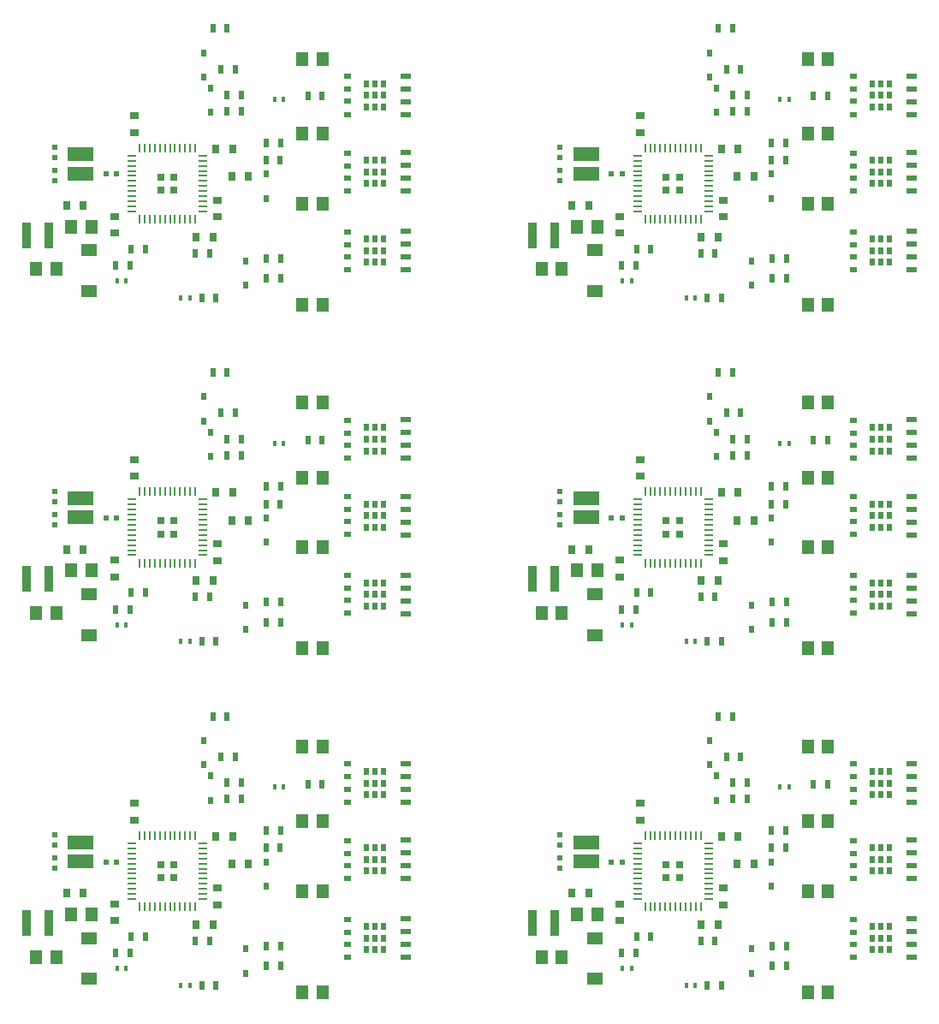
<source format=gtp>
%TF.GenerationSoftware,KiCad,Pcbnew,4.0.6-e0-6349~53~ubuntu16.04.1*%
%TF.CreationDate,2017-03-23T00:40:43+02:00*%
%TF.ProjectId,BLDC_controller,424C44435F636F6E74726F6C6C65722E,1.0*%
%TF.FileFunction,Paste,Top*%
%FSLAX46Y46*%
G04 Gerber Fmt 4.6, Leading zero omitted, Abs format (unit mm)*
G04 Created by KiCad (PCBNEW 4.0.6-e0-6349~53~ubuntu16.04.1) date Thu Mar 23 00:40:43 2017*
%MOMM*%
%LPD*%
G01*
G04 APERTURE LIST*
%ADD10C,0.100000*%
%ADD11R,0.550000X0.890000*%
%ADD12R,1.250000X1.450000*%
%ADD13R,0.500000X0.700000*%
%ADD14R,0.500000X0.800000*%
%ADD15R,0.800000X0.500000*%
%ADD16R,1.050000X0.600000*%
%ADD17R,1.540000X1.300000*%
%ADD18R,0.900000X2.600000*%
%ADD19R,0.620000X0.620000*%
%ADD20R,0.800000X0.900000*%
%ADD21R,2.600000X1.400000*%
%ADD22R,0.900000X0.800000*%
%ADD23R,0.300000X0.500000*%
%ADD24R,0.680000X0.680000*%
%ADD25O,0.950000X0.150000*%
%ADD26O,0.150000X0.950000*%
%ADD27R,0.540000X0.620000*%
G04 APERTURE END LIST*
D10*
D11*
X79170000Y19395000D03*
X77750000Y19395000D03*
X29170000Y19395000D03*
X27750000Y19395000D03*
X79170000Y53395000D03*
X77750000Y53395000D03*
X29170000Y53395000D03*
X27750000Y53395000D03*
X79170000Y87395000D03*
X77750000Y87395000D03*
X79160000Y17695000D03*
X77740000Y17695000D03*
X29160000Y17695000D03*
X27740000Y17695000D03*
X79160000Y51695000D03*
X77740000Y51695000D03*
X29160000Y51695000D03*
X27740000Y51695000D03*
X79160000Y85695000D03*
X77740000Y85695000D03*
D12*
X83350000Y13400000D03*
X81350000Y13400000D03*
X33350000Y13400000D03*
X31350000Y13400000D03*
X83350000Y47400000D03*
X81350000Y47400000D03*
X33350000Y47400000D03*
X31350000Y47400000D03*
X83350000Y81400000D03*
X81350000Y81400000D03*
D13*
X77750000Y13895000D03*
X77750000Y16295000D03*
X27750000Y13895000D03*
X27750000Y16295000D03*
X77750000Y47895000D03*
X77750000Y50295000D03*
X27750000Y47895000D03*
X27750000Y50295000D03*
X77750000Y81895000D03*
X77750000Y84295000D03*
D11*
X79210000Y5995000D03*
X77790000Y5995000D03*
X29210000Y5995000D03*
X27790000Y5995000D03*
X79210000Y39995000D03*
X77790000Y39995000D03*
X29210000Y39995000D03*
X27790000Y39995000D03*
X79210000Y73995000D03*
X77790000Y73995000D03*
X79210000Y7995000D03*
X77790000Y7995000D03*
X29210000Y7995000D03*
X27790000Y7995000D03*
X79210000Y41995000D03*
X77790000Y41995000D03*
X29210000Y41995000D03*
X27790000Y41995000D03*
X79210000Y75995000D03*
X77790000Y75995000D03*
D13*
X75750000Y7695000D03*
X75750000Y5295000D03*
X25750000Y7695000D03*
X25750000Y5295000D03*
X75750000Y41695000D03*
X75750000Y39295000D03*
X25750000Y41695000D03*
X25750000Y39295000D03*
X75750000Y75695000D03*
X75750000Y73295000D03*
D12*
X83350000Y3400000D03*
X81350000Y3400000D03*
X33350000Y3400000D03*
X31350000Y3400000D03*
X83350000Y37400000D03*
X81350000Y37400000D03*
X33350000Y37400000D03*
X31350000Y37400000D03*
X83350000Y71400000D03*
X81350000Y71400000D03*
D14*
X88550000Y7595000D03*
X89400000Y7595000D03*
X87700000Y7595000D03*
X88550000Y9895000D03*
X89400000Y9895000D03*
X87700000Y9895000D03*
X87700000Y8745000D03*
X89400000Y8745000D03*
D15*
X85850000Y6870000D03*
X85850000Y10620000D03*
X85850000Y8145000D03*
D16*
X91575000Y8110000D03*
X91575000Y6840000D03*
X91575000Y9380000D03*
X91575000Y10650000D03*
D15*
X85850000Y9345000D03*
D14*
X88550000Y8745000D03*
X38550000Y7595000D03*
X39400000Y7595000D03*
X37700000Y7595000D03*
X38550000Y9895000D03*
X39400000Y9895000D03*
X37700000Y9895000D03*
X37700000Y8745000D03*
X39400000Y8745000D03*
D15*
X35850000Y6870000D03*
X35850000Y10620000D03*
X35850000Y8145000D03*
D16*
X41575000Y8110000D03*
X41575000Y6840000D03*
X41575000Y9380000D03*
X41575000Y10650000D03*
D15*
X35850000Y9345000D03*
D14*
X38550000Y8745000D03*
X88550000Y41595000D03*
X89400000Y41595000D03*
X87700000Y41595000D03*
X88550000Y43895000D03*
X89400000Y43895000D03*
X87700000Y43895000D03*
X87700000Y42745000D03*
X89400000Y42745000D03*
D15*
X85850000Y40870000D03*
X85850000Y44620000D03*
X85850000Y42145000D03*
D16*
X91575000Y42110000D03*
X91575000Y40840000D03*
X91575000Y43380000D03*
X91575000Y44650000D03*
D15*
X85850000Y43345000D03*
D14*
X88550000Y42745000D03*
X38550000Y41595000D03*
X39400000Y41595000D03*
X37700000Y41595000D03*
X38550000Y43895000D03*
X39400000Y43895000D03*
X37700000Y43895000D03*
X37700000Y42745000D03*
X39400000Y42745000D03*
D15*
X35850000Y40870000D03*
X35850000Y44620000D03*
X35850000Y42145000D03*
D16*
X41575000Y42110000D03*
X41575000Y40840000D03*
X41575000Y43380000D03*
X41575000Y44650000D03*
D15*
X35850000Y43345000D03*
D14*
X38550000Y42745000D03*
X88550000Y75595000D03*
X89400000Y75595000D03*
X87700000Y75595000D03*
X88550000Y77895000D03*
X89400000Y77895000D03*
X87700000Y77895000D03*
X87700000Y76745000D03*
X89400000Y76745000D03*
D15*
X85850000Y74870000D03*
X85850000Y78620000D03*
X85850000Y76145000D03*
D16*
X91575000Y76110000D03*
X91575000Y74840000D03*
X91575000Y77380000D03*
X91575000Y78650000D03*
D15*
X85850000Y77345000D03*
D14*
X88550000Y76745000D03*
D12*
X55000000Y6900000D03*
X57000000Y6900000D03*
X5000000Y6900000D03*
X7000000Y6900000D03*
X55000000Y40900000D03*
X57000000Y40900000D03*
X5000000Y40900000D03*
X7000000Y40900000D03*
X55000000Y74900000D03*
X57000000Y74900000D03*
X60500000Y11100000D03*
X58500000Y11100000D03*
X10500000Y11100000D03*
X8500000Y11100000D03*
X60500000Y45100000D03*
X58500000Y45100000D03*
X10500000Y45100000D03*
X8500000Y45100000D03*
X60500000Y79100000D03*
X58500000Y79100000D03*
D17*
X60250000Y8765000D03*
X60250000Y4735000D03*
X10250000Y8765000D03*
X10250000Y4735000D03*
X60250000Y42765000D03*
X60250000Y38735000D03*
X10250000Y42765000D03*
X10250000Y38735000D03*
X60250000Y76765000D03*
X60250000Y72735000D03*
D18*
X54100000Y10250000D03*
X56300000Y10250000D03*
X4100000Y10250000D03*
X6300000Y10250000D03*
X54100000Y44250000D03*
X56300000Y44250000D03*
X4100000Y44250000D03*
X6300000Y44250000D03*
X54100000Y78250000D03*
X56300000Y78250000D03*
D19*
X56850000Y18950000D03*
X56850000Y17950000D03*
X6850000Y18950000D03*
X6850000Y17950000D03*
X56850000Y52950000D03*
X56850000Y51950000D03*
X6850000Y52950000D03*
X6850000Y51950000D03*
X56850000Y86950000D03*
X56850000Y85950000D03*
X56850000Y15650000D03*
X56850000Y16650000D03*
X6850000Y15650000D03*
X6850000Y16650000D03*
X56850000Y49650000D03*
X56850000Y50650000D03*
X6850000Y49650000D03*
X6850000Y50650000D03*
X56850000Y83650000D03*
X56850000Y84650000D03*
D20*
X59680000Y13200000D03*
X58020000Y13200000D03*
X9680000Y13200000D03*
X8020000Y13200000D03*
X59680000Y47200000D03*
X58020000Y47200000D03*
X9680000Y47200000D03*
X8020000Y47200000D03*
X59680000Y81200000D03*
X58020000Y81200000D03*
D21*
X59400000Y16350000D03*
X59400000Y18250000D03*
X9400000Y16350000D03*
X9400000Y18250000D03*
X59400000Y50350000D03*
X59400000Y52250000D03*
X9400000Y50350000D03*
X9400000Y52250000D03*
X59400000Y84350000D03*
X59400000Y86250000D03*
D22*
X64750000Y20420000D03*
X64750000Y22080000D03*
X14750000Y20420000D03*
X14750000Y22080000D03*
X64750000Y54420000D03*
X64750000Y56080000D03*
X14750000Y54420000D03*
X14750000Y56080000D03*
X64750000Y88420000D03*
X64750000Y90080000D03*
D14*
X88550000Y15385000D03*
X89400000Y15385000D03*
X87700000Y15385000D03*
X88550000Y17685000D03*
X89400000Y17685000D03*
X87700000Y17685000D03*
X87700000Y16535000D03*
X89400000Y16535000D03*
D15*
X85850000Y14660000D03*
X85850000Y18410000D03*
X85850000Y15935000D03*
D16*
X91575000Y15900000D03*
X91575000Y14630000D03*
X91575000Y17170000D03*
X91575000Y18440000D03*
D15*
X85850000Y17135000D03*
D14*
X88550000Y16535000D03*
X38550000Y15385000D03*
X39400000Y15385000D03*
X37700000Y15385000D03*
X38550000Y17685000D03*
X39400000Y17685000D03*
X37700000Y17685000D03*
X37700000Y16535000D03*
X39400000Y16535000D03*
D15*
X35850000Y14660000D03*
X35850000Y18410000D03*
X35850000Y15935000D03*
D16*
X41575000Y15900000D03*
X41575000Y14630000D03*
X41575000Y17170000D03*
X41575000Y18440000D03*
D15*
X35850000Y17135000D03*
D14*
X38550000Y16535000D03*
X88550000Y49385000D03*
X89400000Y49385000D03*
X87700000Y49385000D03*
X88550000Y51685000D03*
X89400000Y51685000D03*
X87700000Y51685000D03*
X87700000Y50535000D03*
X89400000Y50535000D03*
D15*
X85850000Y48660000D03*
X85850000Y52410000D03*
X85850000Y49935000D03*
D16*
X91575000Y49900000D03*
X91575000Y48630000D03*
X91575000Y51170000D03*
X91575000Y52440000D03*
D15*
X85850000Y51135000D03*
D14*
X88550000Y50535000D03*
X38550000Y49385000D03*
X39400000Y49385000D03*
X37700000Y49385000D03*
X38550000Y51685000D03*
X39400000Y51685000D03*
X37700000Y51685000D03*
X37700000Y50535000D03*
X39400000Y50535000D03*
D15*
X35850000Y48660000D03*
X35850000Y52410000D03*
X35850000Y49935000D03*
D16*
X41575000Y49900000D03*
X41575000Y48630000D03*
X41575000Y51170000D03*
X41575000Y52440000D03*
D15*
X35850000Y51135000D03*
D14*
X38550000Y50535000D03*
X88550000Y83385000D03*
X89400000Y83385000D03*
X87700000Y83385000D03*
X88550000Y85685000D03*
X89400000Y85685000D03*
X87700000Y85685000D03*
X87700000Y84535000D03*
X89400000Y84535000D03*
D15*
X85850000Y82660000D03*
X85850000Y86410000D03*
X85850000Y83935000D03*
D16*
X91575000Y83900000D03*
X91575000Y82630000D03*
X91575000Y85170000D03*
X91575000Y86440000D03*
D15*
X85850000Y85135000D03*
D14*
X88550000Y84535000D03*
D23*
X69300000Y4100000D03*
X70200000Y4100000D03*
X19300000Y4100000D03*
X20200000Y4100000D03*
X69300000Y38100000D03*
X70200000Y38100000D03*
X19300000Y38100000D03*
X20200000Y38100000D03*
X69300000Y72100000D03*
X70200000Y72100000D03*
D20*
X70820000Y10100000D03*
X72480000Y10100000D03*
X20820000Y10100000D03*
X22480000Y10100000D03*
X70820000Y44100000D03*
X72480000Y44100000D03*
X20820000Y44100000D03*
X22480000Y44100000D03*
X70820000Y78100000D03*
X72480000Y78100000D03*
D11*
X72810000Y4100000D03*
X71390000Y4100000D03*
X22810000Y4100000D03*
X21390000Y4100000D03*
X72810000Y38100000D03*
X71390000Y38100000D03*
X22810000Y38100000D03*
X21390000Y38100000D03*
X72810000Y72100000D03*
X71390000Y72100000D03*
X70740000Y8500000D03*
X72160000Y8500000D03*
X20740000Y8500000D03*
X22160000Y8500000D03*
X70740000Y42500000D03*
X72160000Y42500000D03*
X20740000Y42500000D03*
X22160000Y42500000D03*
X70740000Y76500000D03*
X72160000Y76500000D03*
D22*
X62750000Y12130000D03*
X62750000Y10470000D03*
X12750000Y12130000D03*
X12750000Y10470000D03*
X62750000Y46130000D03*
X62750000Y44470000D03*
X12750000Y46130000D03*
X12750000Y44470000D03*
X62750000Y80130000D03*
X62750000Y78470000D03*
D23*
X63900000Y5750000D03*
X63000000Y5750000D03*
X13900000Y5750000D03*
X13000000Y5750000D03*
X63900000Y39750000D03*
X63000000Y39750000D03*
X13900000Y39750000D03*
X13000000Y39750000D03*
X63900000Y73750000D03*
X63000000Y73750000D03*
D11*
X64390000Y8900000D03*
X65810000Y8900000D03*
X14390000Y8900000D03*
X15810000Y8900000D03*
X64390000Y42900000D03*
X65810000Y42900000D03*
X14390000Y42900000D03*
X15810000Y42900000D03*
X64390000Y76900000D03*
X65810000Y76900000D03*
X64310000Y7250000D03*
X62890000Y7250000D03*
X14310000Y7250000D03*
X12890000Y7250000D03*
X64310000Y41250000D03*
X62890000Y41250000D03*
X14310000Y41250000D03*
X12890000Y41250000D03*
X64310000Y75250000D03*
X62890000Y75250000D03*
D13*
X72300000Y22400000D03*
X72300000Y24800000D03*
X22300000Y22400000D03*
X22300000Y24800000D03*
X72300000Y56400000D03*
X72300000Y58800000D03*
X22300000Y56400000D03*
X22300000Y58800000D03*
X72300000Y90400000D03*
X72300000Y92800000D03*
X71600000Y25900000D03*
X71600000Y28300000D03*
X21600000Y25900000D03*
X21600000Y28300000D03*
X71600000Y59900000D03*
X71600000Y62300000D03*
X21600000Y59900000D03*
X21600000Y62300000D03*
X71600000Y93900000D03*
X71600000Y96300000D03*
D11*
X74710000Y26700000D03*
X73290000Y26700000D03*
X24710000Y26700000D03*
X23290000Y26700000D03*
X74710000Y60700000D03*
X73290000Y60700000D03*
X24710000Y60700000D03*
X23290000Y60700000D03*
X74710000Y94700000D03*
X73290000Y94700000D03*
X75310000Y24100000D03*
X73890000Y24100000D03*
X25310000Y24100000D03*
X23890000Y24100000D03*
X75310000Y58100000D03*
X73890000Y58100000D03*
X25310000Y58100000D03*
X23890000Y58100000D03*
X75310000Y92100000D03*
X73890000Y92100000D03*
X75310000Y22500000D03*
X73890000Y22500000D03*
X25310000Y22500000D03*
X23890000Y22500000D03*
X75310000Y56500000D03*
X73890000Y56500000D03*
X25310000Y56500000D03*
X23890000Y56500000D03*
X75310000Y90500000D03*
X73890000Y90500000D03*
D22*
X72950000Y12070000D03*
X72950000Y13730000D03*
X22950000Y12070000D03*
X22950000Y13730000D03*
X72950000Y46070000D03*
X72950000Y47730000D03*
X22950000Y46070000D03*
X22950000Y47730000D03*
X72950000Y80070000D03*
X72950000Y81730000D03*
D20*
X76030000Y16075000D03*
X74370000Y16075000D03*
X26030000Y16075000D03*
X24370000Y16075000D03*
X76030000Y50075000D03*
X74370000Y50075000D03*
X26030000Y50075000D03*
X24370000Y50075000D03*
X76030000Y84075000D03*
X74370000Y84075000D03*
X74430000Y18800000D03*
X72770000Y18800000D03*
X24430000Y18800000D03*
X22770000Y18800000D03*
X74430000Y52800000D03*
X72770000Y52800000D03*
X24430000Y52800000D03*
X22770000Y52800000D03*
X74430000Y86800000D03*
X72770000Y86800000D03*
D24*
X68650000Y14725000D03*
X67350000Y14725000D03*
X68650000Y16025000D03*
D25*
X64475000Y18125000D03*
X64475000Y17625000D03*
X64475000Y17125000D03*
X64475000Y16625000D03*
X64475000Y16125000D03*
X64475000Y15625000D03*
X64475000Y15125000D03*
X64475000Y14625000D03*
X64475000Y14125000D03*
X64475000Y13625000D03*
X64475000Y13125000D03*
X64475000Y12625000D03*
D26*
X65250000Y11850000D03*
X65750000Y11850000D03*
X66250000Y11850000D03*
X66750000Y11850000D03*
X67250000Y11850000D03*
X67750000Y11850000D03*
X68250000Y11850000D03*
X68750000Y11850000D03*
X69250000Y11850000D03*
X69750000Y11850000D03*
X70250000Y11850000D03*
X70750000Y11850000D03*
D25*
X71525000Y12625000D03*
X71525000Y13125000D03*
X71525000Y13625000D03*
X71525000Y14125000D03*
X71525000Y14625000D03*
X71525000Y15125000D03*
X71525000Y15625000D03*
X71525000Y16125000D03*
X71525000Y16625000D03*
X71525000Y17125000D03*
X71525000Y17625000D03*
X71525000Y18125000D03*
D26*
X70750000Y18900000D03*
X70250000Y18900000D03*
X69750000Y18900000D03*
X69250000Y18900000D03*
X68750000Y18900000D03*
X68250000Y18900000D03*
X67750000Y18900000D03*
X67250000Y18900000D03*
X66750000Y18900000D03*
X66250000Y18900000D03*
X65750000Y18900000D03*
X65250000Y18900000D03*
D24*
X67350000Y16025000D03*
X18650000Y14725000D03*
X17350000Y14725000D03*
X18650000Y16025000D03*
D25*
X14475000Y18125000D03*
X14475000Y17625000D03*
X14475000Y17125000D03*
X14475000Y16625000D03*
X14475000Y16125000D03*
X14475000Y15625000D03*
X14475000Y15125000D03*
X14475000Y14625000D03*
X14475000Y14125000D03*
X14475000Y13625000D03*
X14475000Y13125000D03*
X14475000Y12625000D03*
D26*
X15250000Y11850000D03*
X15750000Y11850000D03*
X16250000Y11850000D03*
X16750000Y11850000D03*
X17250000Y11850000D03*
X17750000Y11850000D03*
X18250000Y11850000D03*
X18750000Y11850000D03*
X19250000Y11850000D03*
X19750000Y11850000D03*
X20250000Y11850000D03*
X20750000Y11850000D03*
D25*
X21525000Y12625000D03*
X21525000Y13125000D03*
X21525000Y13625000D03*
X21525000Y14125000D03*
X21525000Y14625000D03*
X21525000Y15125000D03*
X21525000Y15625000D03*
X21525000Y16125000D03*
X21525000Y16625000D03*
X21525000Y17125000D03*
X21525000Y17625000D03*
X21525000Y18125000D03*
D26*
X20750000Y18900000D03*
X20250000Y18900000D03*
X19750000Y18900000D03*
X19250000Y18900000D03*
X18750000Y18900000D03*
X18250000Y18900000D03*
X17750000Y18900000D03*
X17250000Y18900000D03*
X16750000Y18900000D03*
X16250000Y18900000D03*
X15750000Y18900000D03*
X15250000Y18900000D03*
D24*
X17350000Y16025000D03*
X68650000Y48725000D03*
X67350000Y48725000D03*
X68650000Y50025000D03*
D25*
X64475000Y52125000D03*
X64475000Y51625000D03*
X64475000Y51125000D03*
X64475000Y50625000D03*
X64475000Y50125000D03*
X64475000Y49625000D03*
X64475000Y49125000D03*
X64475000Y48625000D03*
X64475000Y48125000D03*
X64475000Y47625000D03*
X64475000Y47125000D03*
X64475000Y46625000D03*
D26*
X65250000Y45850000D03*
X65750000Y45850000D03*
X66250000Y45850000D03*
X66750000Y45850000D03*
X67250000Y45850000D03*
X67750000Y45850000D03*
X68250000Y45850000D03*
X68750000Y45850000D03*
X69250000Y45850000D03*
X69750000Y45850000D03*
X70250000Y45850000D03*
X70750000Y45850000D03*
D25*
X71525000Y46625000D03*
X71525000Y47125000D03*
X71525000Y47625000D03*
X71525000Y48125000D03*
X71525000Y48625000D03*
X71525000Y49125000D03*
X71525000Y49625000D03*
X71525000Y50125000D03*
X71525000Y50625000D03*
X71525000Y51125000D03*
X71525000Y51625000D03*
X71525000Y52125000D03*
D26*
X70750000Y52900000D03*
X70250000Y52900000D03*
X69750000Y52900000D03*
X69250000Y52900000D03*
X68750000Y52900000D03*
X68250000Y52900000D03*
X67750000Y52900000D03*
X67250000Y52900000D03*
X66750000Y52900000D03*
X66250000Y52900000D03*
X65750000Y52900000D03*
X65250000Y52900000D03*
D24*
X67350000Y50025000D03*
X18650000Y48725000D03*
X17350000Y48725000D03*
X18650000Y50025000D03*
D25*
X14475000Y52125000D03*
X14475000Y51625000D03*
X14475000Y51125000D03*
X14475000Y50625000D03*
X14475000Y50125000D03*
X14475000Y49625000D03*
X14475000Y49125000D03*
X14475000Y48625000D03*
X14475000Y48125000D03*
X14475000Y47625000D03*
X14475000Y47125000D03*
X14475000Y46625000D03*
D26*
X15250000Y45850000D03*
X15750000Y45850000D03*
X16250000Y45850000D03*
X16750000Y45850000D03*
X17250000Y45850000D03*
X17750000Y45850000D03*
X18250000Y45850000D03*
X18750000Y45850000D03*
X19250000Y45850000D03*
X19750000Y45850000D03*
X20250000Y45850000D03*
X20750000Y45850000D03*
D25*
X21525000Y46625000D03*
X21525000Y47125000D03*
X21525000Y47625000D03*
X21525000Y48125000D03*
X21525000Y48625000D03*
X21525000Y49125000D03*
X21525000Y49625000D03*
X21525000Y50125000D03*
X21525000Y50625000D03*
X21525000Y51125000D03*
X21525000Y51625000D03*
X21525000Y52125000D03*
D26*
X20750000Y52900000D03*
X20250000Y52900000D03*
X19750000Y52900000D03*
X19250000Y52900000D03*
X18750000Y52900000D03*
X18250000Y52900000D03*
X17750000Y52900000D03*
X17250000Y52900000D03*
X16750000Y52900000D03*
X16250000Y52900000D03*
X15750000Y52900000D03*
X15250000Y52900000D03*
D24*
X17350000Y50025000D03*
X68650000Y82725000D03*
X67350000Y82725000D03*
X68650000Y84025000D03*
D25*
X64475000Y86125000D03*
X64475000Y85625000D03*
X64475000Y85125000D03*
X64475000Y84625000D03*
X64475000Y84125000D03*
X64475000Y83625000D03*
X64475000Y83125000D03*
X64475000Y82625000D03*
X64475000Y82125000D03*
X64475000Y81625000D03*
X64475000Y81125000D03*
X64475000Y80625000D03*
D26*
X65250000Y79850000D03*
X65750000Y79850000D03*
X66250000Y79850000D03*
X66750000Y79850000D03*
X67250000Y79850000D03*
X67750000Y79850000D03*
X68250000Y79850000D03*
X68750000Y79850000D03*
X69250000Y79850000D03*
X69750000Y79850000D03*
X70250000Y79850000D03*
X70750000Y79850000D03*
D25*
X71525000Y80625000D03*
X71525000Y81125000D03*
X71525000Y81625000D03*
X71525000Y82125000D03*
X71525000Y82625000D03*
X71525000Y83125000D03*
X71525000Y83625000D03*
X71525000Y84125000D03*
X71525000Y84625000D03*
X71525000Y85125000D03*
X71525000Y85625000D03*
X71525000Y86125000D03*
D26*
X70750000Y86900000D03*
X70250000Y86900000D03*
X69750000Y86900000D03*
X69250000Y86900000D03*
X68750000Y86900000D03*
X68250000Y86900000D03*
X67750000Y86900000D03*
X67250000Y86900000D03*
X66750000Y86900000D03*
X66250000Y86900000D03*
X65750000Y86900000D03*
X65250000Y86900000D03*
D24*
X67350000Y84025000D03*
D27*
X62990000Y16300000D03*
X61910000Y16300000D03*
X12990000Y16300000D03*
X11910000Y16300000D03*
X62990000Y50300000D03*
X61910000Y50300000D03*
X12990000Y50300000D03*
X11910000Y50300000D03*
X62990000Y84300000D03*
X61910000Y84300000D03*
D11*
X73910000Y30700000D03*
X72490000Y30700000D03*
X23910000Y30700000D03*
X22490000Y30700000D03*
X73910000Y64700000D03*
X72490000Y64700000D03*
X23910000Y64700000D03*
X22490000Y64700000D03*
X73910000Y98700000D03*
X72490000Y98700000D03*
D12*
X83350000Y20300000D03*
X81350000Y20300000D03*
X33350000Y20300000D03*
X31350000Y20300000D03*
X83350000Y54300000D03*
X81350000Y54300000D03*
X33350000Y54300000D03*
X31350000Y54300000D03*
X83350000Y88300000D03*
X81350000Y88300000D03*
D23*
X78600000Y23700000D03*
X79500000Y23700000D03*
X28600000Y23700000D03*
X29500000Y23700000D03*
X78600000Y57700000D03*
X79500000Y57700000D03*
X28600000Y57700000D03*
X29500000Y57700000D03*
X78600000Y91700000D03*
X79500000Y91700000D03*
D12*
X83350000Y27700000D03*
X81350000Y27700000D03*
X33350000Y27700000D03*
X31350000Y27700000D03*
X83350000Y61700000D03*
X81350000Y61700000D03*
X33350000Y61700000D03*
X31350000Y61700000D03*
X83350000Y95700000D03*
X81350000Y95700000D03*
D11*
X83310000Y24000000D03*
X81890000Y24000000D03*
X33310000Y24000000D03*
X31890000Y24000000D03*
X83310000Y58000000D03*
X81890000Y58000000D03*
X33310000Y58000000D03*
X31890000Y58000000D03*
X83310000Y92000000D03*
X81890000Y92000000D03*
D14*
X88550000Y22945000D03*
X89400000Y22945000D03*
X87700000Y22945000D03*
X88550000Y25245000D03*
X89400000Y25245000D03*
X87700000Y25245000D03*
X87700000Y24095000D03*
X89400000Y24095000D03*
D15*
X85850000Y22220000D03*
X85850000Y25970000D03*
X85850000Y23495000D03*
D16*
X91575000Y23460000D03*
X91575000Y22190000D03*
X91575000Y24730000D03*
X91575000Y26000000D03*
D15*
X85850000Y24695000D03*
D14*
X88550000Y24095000D03*
X38550000Y22945000D03*
X39400000Y22945000D03*
X37700000Y22945000D03*
X38550000Y25245000D03*
X39400000Y25245000D03*
X37700000Y25245000D03*
X37700000Y24095000D03*
X39400000Y24095000D03*
D15*
X35850000Y22220000D03*
X35850000Y25970000D03*
X35850000Y23495000D03*
D16*
X41575000Y23460000D03*
X41575000Y22190000D03*
X41575000Y24730000D03*
X41575000Y26000000D03*
D15*
X35850000Y24695000D03*
D14*
X38550000Y24095000D03*
X88550000Y56945000D03*
X89400000Y56945000D03*
X87700000Y56945000D03*
X88550000Y59245000D03*
X89400000Y59245000D03*
X87700000Y59245000D03*
X87700000Y58095000D03*
X89400000Y58095000D03*
D15*
X85850000Y56220000D03*
X85850000Y59970000D03*
X85850000Y57495000D03*
D16*
X91575000Y57460000D03*
X91575000Y56190000D03*
X91575000Y58730000D03*
X91575000Y60000000D03*
D15*
X85850000Y58695000D03*
D14*
X88550000Y58095000D03*
X38550000Y56945000D03*
X39400000Y56945000D03*
X37700000Y56945000D03*
X38550000Y59245000D03*
X39400000Y59245000D03*
X37700000Y59245000D03*
X37700000Y58095000D03*
X39400000Y58095000D03*
D15*
X35850000Y56220000D03*
X35850000Y59970000D03*
X35850000Y57495000D03*
D16*
X41575000Y57460000D03*
X41575000Y56190000D03*
X41575000Y58730000D03*
X41575000Y60000000D03*
D15*
X35850000Y58695000D03*
D14*
X38550000Y58095000D03*
X88550000Y90945000D03*
X89400000Y90945000D03*
X87700000Y90945000D03*
X88550000Y93245000D03*
X89400000Y93245000D03*
X87700000Y93245000D03*
X87700000Y92095000D03*
X89400000Y92095000D03*
D15*
X85850000Y90220000D03*
X85850000Y93970000D03*
X85850000Y91495000D03*
D16*
X91575000Y91460000D03*
X91575000Y90190000D03*
X91575000Y92730000D03*
X91575000Y94000000D03*
D15*
X85850000Y92695000D03*
D14*
X88550000Y92095000D03*
D18*
X4100000Y78250000D03*
X6300000Y78250000D03*
D20*
X24430000Y86800000D03*
X22770000Y86800000D03*
D13*
X21600000Y93900000D03*
X21600000Y96300000D03*
D21*
X9400000Y84350000D03*
X9400000Y86250000D03*
D23*
X28600000Y91700000D03*
X29500000Y91700000D03*
X19300000Y72100000D03*
X20200000Y72100000D03*
D17*
X10250000Y76765000D03*
X10250000Y72735000D03*
D13*
X22300000Y90400000D03*
X22300000Y92800000D03*
D12*
X33350000Y95700000D03*
X31350000Y95700000D03*
D13*
X27750000Y81895000D03*
X27750000Y84295000D03*
X25750000Y75695000D03*
X25750000Y73295000D03*
D12*
X33350000Y81400000D03*
X31350000Y81400000D03*
X5000000Y74900000D03*
X7000000Y74900000D03*
X10500000Y79100000D03*
X8500000Y79100000D03*
X33350000Y88300000D03*
X31350000Y88300000D03*
X33350000Y71400000D03*
X31350000Y71400000D03*
D20*
X9680000Y81200000D03*
X8020000Y81200000D03*
D22*
X14750000Y88420000D03*
X14750000Y90080000D03*
X12750000Y80130000D03*
X12750000Y78470000D03*
D20*
X26030000Y84075000D03*
X24370000Y84075000D03*
D22*
X22950000Y80070000D03*
X22950000Y81730000D03*
D11*
X25310000Y92100000D03*
X23890000Y92100000D03*
X25310000Y90500000D03*
X23890000Y90500000D03*
X29160000Y85695000D03*
X27740000Y85695000D03*
X29170000Y87395000D03*
X27750000Y87395000D03*
X29210000Y73995000D03*
X27790000Y73995000D03*
X29210000Y75995000D03*
X27790000Y75995000D03*
X23910000Y98700000D03*
X22490000Y98700000D03*
X24710000Y94700000D03*
X23290000Y94700000D03*
X33310000Y92000000D03*
X31890000Y92000000D03*
X20740000Y76500000D03*
X22160000Y76500000D03*
D20*
X20820000Y78100000D03*
X22480000Y78100000D03*
D11*
X14390000Y76900000D03*
X15810000Y76900000D03*
X22810000Y72100000D03*
X21390000Y72100000D03*
D19*
X6850000Y86950000D03*
X6850000Y85950000D03*
X6850000Y83650000D03*
X6850000Y84650000D03*
D27*
X12990000Y84300000D03*
X11910000Y84300000D03*
D11*
X14310000Y75250000D03*
X12890000Y75250000D03*
D23*
X13900000Y73750000D03*
X13000000Y73750000D03*
D14*
X38550000Y90945000D03*
X39400000Y90945000D03*
X37700000Y90945000D03*
X38550000Y93245000D03*
X39400000Y93245000D03*
X37700000Y93245000D03*
X37700000Y92095000D03*
X39400000Y92095000D03*
D15*
X35850000Y90220000D03*
X35850000Y93970000D03*
X35850000Y91495000D03*
D16*
X41575000Y91460000D03*
X41575000Y90190000D03*
X41575000Y92730000D03*
X41575000Y94000000D03*
D15*
X35850000Y92695000D03*
D14*
X38550000Y92095000D03*
X38550000Y83385000D03*
X39400000Y83385000D03*
X37700000Y83385000D03*
X38550000Y85685000D03*
X39400000Y85685000D03*
X37700000Y85685000D03*
X37700000Y84535000D03*
X39400000Y84535000D03*
D15*
X35850000Y82660000D03*
X35850000Y86410000D03*
X35850000Y83935000D03*
D16*
X41575000Y83900000D03*
X41575000Y82630000D03*
X41575000Y85170000D03*
X41575000Y86440000D03*
D15*
X35850000Y85135000D03*
D14*
X38550000Y84535000D03*
X38550000Y75595000D03*
X39400000Y75595000D03*
X37700000Y75595000D03*
X38550000Y77895000D03*
X39400000Y77895000D03*
X37700000Y77895000D03*
X37700000Y76745000D03*
X39400000Y76745000D03*
D15*
X35850000Y74870000D03*
X35850000Y78620000D03*
X35850000Y76145000D03*
D16*
X41575000Y76110000D03*
X41575000Y74840000D03*
X41575000Y77380000D03*
X41575000Y78650000D03*
D15*
X35850000Y77345000D03*
D14*
X38550000Y76745000D03*
D24*
X18650000Y82725000D03*
X17350000Y82725000D03*
X18650000Y84025000D03*
D25*
X14475000Y86125000D03*
X14475000Y85625000D03*
X14475000Y85125000D03*
X14475000Y84625000D03*
X14475000Y84125000D03*
X14475000Y83625000D03*
X14475000Y83125000D03*
X14475000Y82625000D03*
X14475000Y82125000D03*
X14475000Y81625000D03*
X14475000Y81125000D03*
X14475000Y80625000D03*
D26*
X15250000Y79850000D03*
X15750000Y79850000D03*
X16250000Y79850000D03*
X16750000Y79850000D03*
X17250000Y79850000D03*
X17750000Y79850000D03*
X18250000Y79850000D03*
X18750000Y79850000D03*
X19250000Y79850000D03*
X19750000Y79850000D03*
X20250000Y79850000D03*
X20750000Y79850000D03*
D25*
X21525000Y80625000D03*
X21525000Y81125000D03*
X21525000Y81625000D03*
X21525000Y82125000D03*
X21525000Y82625000D03*
X21525000Y83125000D03*
X21525000Y83625000D03*
X21525000Y84125000D03*
X21525000Y84625000D03*
X21525000Y85125000D03*
X21525000Y85625000D03*
X21525000Y86125000D03*
D26*
X20750000Y86900000D03*
X20250000Y86900000D03*
X19750000Y86900000D03*
X19250000Y86900000D03*
X18750000Y86900000D03*
X18250000Y86900000D03*
X17750000Y86900000D03*
X17250000Y86900000D03*
X16750000Y86900000D03*
X16250000Y86900000D03*
X15750000Y86900000D03*
X15250000Y86900000D03*
D24*
X17350000Y84025000D03*
M02*

</source>
